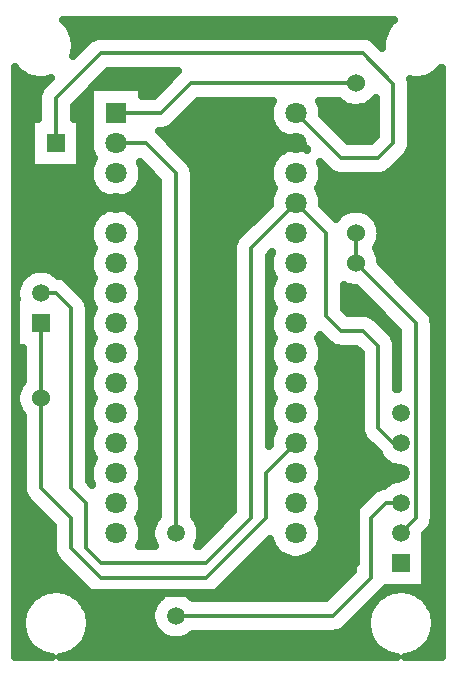
<source format=gbr>
G04 DipTrace 4.3.0.5*
G04 2 - Bottom.gbr*
%MOMM*%
G04 #@! TF.FileFunction,Copper,L2,Bot*
G04 #@! TF.Part,Single*
G04 #@! TA.AperFunction,Conductor*
%ADD13C,0.33*%
%ADD14C,0.66*%
G04 #@! TA.AperFunction,CopperBalancing*
%ADD15C,0.635*%
G04 #@! TA.AperFunction,ComponentPad*
%ADD16R,1.5X1.5*%
%ADD17C,1.5*%
%ADD18C,1.524*%
%ADD19C,1.524*%
%ADD21R,1.8X1.8*%
%ADD22C,1.8*%
G04 #@! TA.AperFunction,ViaPad*
%ADD23C,1.5*%
%FSLAX35Y35*%
G04*
G71*
G90*
G75*
G01*
G04 Bottom*
%LPD*%
X3913000Y3092000D2*
D13*
Y2711000D1*
X4040000Y2584000D1*
X4294000D1*
X1246010Y1949000D2*
D14*
X1627010Y1568000D1*
X3659000D1*
X3913000Y1822000D1*
Y2444033D1*
X4046483Y2577517D1*
X4040000Y2584000D1*
X1881000Y4870000D2*
D13*
X1627000D1*
X1373000Y5124000D1*
Y5378000D2*
Y5759000D1*
X1754000Y6140000D1*
X3969997D1*
X4230500Y5879497D1*
Y5378000D1*
X4103500Y5251000D1*
X3786000D1*
X3405000Y5632000D1*
X1246000Y3854000D2*
Y3219010D1*
X1245990Y3219000D1*
Y2457010D1*
X1500000Y2203000D1*
Y1949000D1*
X1754000Y1695000D1*
X2643000D1*
X3151000Y2203000D1*
Y2584000D1*
X3405000Y2838000D1*
X1881000Y5378000D2*
X2135000D1*
X2389000Y5124000D1*
Y2076000D1*
Y1377500D2*
X3722500D1*
X4040000Y1695000D1*
Y2203000D1*
X4167000Y2330000D1*
X4294000D1*
X1246000Y4108000D2*
X1373000D1*
X1500000Y3981000D1*
Y2457000D1*
X1627000Y2330000D1*
Y1949000D1*
X1754000Y1822000D1*
X2643000D1*
X3024000Y2203000D1*
Y4489000D1*
X3405000Y4870000D1*
X4294000Y2838000D2*
X4230500D1*
X4103500Y2965000D1*
Y3663500D1*
X3976500Y3790500D1*
X3786000D1*
X3659000Y3917500D1*
Y4616000D1*
X3405000Y4870000D1*
X1881000Y5632000D2*
X2262000D1*
X2516000Y5886000D1*
X3913000D1*
Y4616000D2*
Y4362000D1*
X4294000Y2076000D2*
X4421000Y2203000D1*
Y3854000D1*
X3913000Y4362000D1*
D23*
X2389000Y2076000D3*
Y1377500D3*
X1492460Y6362583D2*
D15*
X4174533D1*
X1523950Y6299417D2*
X4143087D1*
X1538490Y6236250D2*
X1632430D1*
X4091530D2*
X4128503D1*
X1538763Y6173083D2*
X1569267D1*
X1030123Y5983583D2*
X1053653D1*
X1815390D2*
X2395777D1*
X4613340D2*
X4636913D1*
X1030123Y5920417D2*
X1186543D1*
X1752227D2*
X2332610D1*
X4480447D2*
X4636913D1*
X1030123Y5857250D2*
X1253947D1*
X1689060D2*
X2269447D1*
X4386387D2*
X4636913D1*
X1030123Y5794083D2*
X1221317D1*
X1625897D2*
X1651617D1*
X2110383D2*
X2206283D1*
X4386387D2*
X4636913D1*
X1030123Y5730917D2*
X1217123D1*
X1562733D2*
X1651617D1*
X2578737D2*
X3198770D1*
X3611237D2*
X3766200D1*
X4386387D2*
X4636913D1*
X1030123Y5667750D2*
X1217123D1*
X1528873D2*
X1651617D1*
X2515573D2*
X3178537D1*
X3631470D2*
X4074637D1*
X4386387D2*
X4636913D1*
X1030123Y5604583D2*
X1217123D1*
X1528873D2*
X1651617D1*
X2452407D2*
X3177307D1*
X3650200D2*
X4074637D1*
X4386387D2*
X4636913D1*
X1030123Y5541417D2*
X1158607D1*
X1587390D2*
X1651617D1*
X2389197D2*
X3194850D1*
X3713363D2*
X4074637D1*
X4386387D2*
X4636913D1*
X1030123Y5478250D2*
X1158607D1*
X1587390D2*
X1651617D1*
X2252570D2*
X3237097D1*
X3776573D2*
X4074637D1*
X4386387D2*
X4636913D1*
X1030123Y5415083D2*
X1158607D1*
X1587390D2*
X1651617D1*
X2315733D2*
X3346837D1*
X3839740D2*
X4049800D1*
X4386387D2*
X4636913D1*
X1030123Y5351917D2*
X1158607D1*
X1587390D2*
X1653163D1*
X2378900D2*
X3467287D1*
X4384060D2*
X4636913D1*
X1030123Y5288750D2*
X1158607D1*
X1587390D2*
X1670253D1*
X2442063D2*
X3248353D1*
X4356810D2*
X4636913D1*
X1030123Y5225583D2*
X1158607D1*
X1587390D2*
X1676087D1*
X2505043D2*
X3200093D1*
X4295877D2*
X4636913D1*
X1030123Y5162417D2*
X1654943D1*
X2107057D2*
X2132773D1*
X2539863D2*
X3178947D1*
X3631013D2*
X3656777D1*
X4232713D2*
X4636913D1*
X1030123Y5099250D2*
X1653027D1*
X2108970D2*
X2195940D1*
X2544877D2*
X3176987D1*
X3632973D2*
X4636913D1*
X1030123Y5036083D2*
X1669707D1*
X2092290D2*
X2233127D1*
X2544877D2*
X3193713D1*
X3616293D2*
X4636913D1*
X1030123Y4972917D2*
X1710587D1*
X2051413D2*
X2233127D1*
X2544877D2*
X3200777D1*
X3609187D2*
X4636913D1*
X1030123Y4909750D2*
X1812717D1*
X1949283D2*
X2233127D1*
X2544877D2*
X3179220D1*
X3630787D2*
X4636913D1*
X1030123Y4846583D2*
X2233127D1*
X2544877D2*
X3163770D1*
X3646237D2*
X4636913D1*
X1030123Y4783417D2*
X1727313D1*
X2034687D2*
X2233127D1*
X2544877D2*
X3100607D1*
X3709400D2*
X3781193D1*
X4044817D2*
X4636913D1*
X1030123Y4720250D2*
X1677500D1*
X2084497D2*
X2233127D1*
X2544877D2*
X3037443D1*
X4100733D2*
X4636913D1*
X1030123Y4657083D2*
X1655443D1*
X2106557D2*
X2233127D1*
X2544877D2*
X2974277D1*
X4124477D2*
X4636913D1*
X1030123Y4593917D2*
X1652710D1*
X2109290D2*
X2233127D1*
X2544877D2*
X2911113D1*
X4127393D2*
X4636913D1*
X1030123Y4530750D2*
X1668570D1*
X2093430D2*
X2233127D1*
X2544877D2*
X2874063D1*
X4110397D2*
X4636913D1*
X1030123Y4467583D2*
X1678183D1*
X2083813D2*
X2233127D1*
X2544877D2*
X2868140D1*
X4099960D2*
X4636913D1*
X1030123Y4404417D2*
X1655717D1*
X2106280D2*
X2233127D1*
X2544877D2*
X2868140D1*
X4124203D2*
X4636913D1*
X1030123Y4341250D2*
X1652617D1*
X2109380D2*
X2233127D1*
X2544877D2*
X2868140D1*
X4151550D2*
X4636913D1*
X1030123Y4278083D2*
X1119870D1*
X1372103D2*
X1668023D1*
X2093977D2*
X2233127D1*
X2544877D2*
X2868140D1*
X4214713D2*
X4636913D1*
X1030123Y4214917D2*
X1061220D1*
X1483893D2*
X1678913D1*
X2083087D2*
X2233127D1*
X2544877D2*
X2868140D1*
X3179890D2*
X3202917D1*
X4277877D2*
X4636913D1*
X1547057Y4151750D2*
X1655943D1*
X2106053D2*
X2233127D1*
X2544877D2*
X2868140D1*
X3814857D2*
X3905423D1*
X4341040D2*
X4636913D1*
X1610220Y4088583D2*
X1652480D1*
X2109517D2*
X2233127D1*
X2544877D2*
X2868140D1*
X3814857D2*
X3968633D1*
X4404203D2*
X4636913D1*
X2094523Y4025417D2*
X2233127D1*
X2544877D2*
X2868140D1*
X3814857D2*
X4031797D1*
X4467370D2*
X4636913D1*
X1655883Y3962250D2*
X1679643D1*
X2082357D2*
X2233127D1*
X2544877D2*
X2868140D1*
X3179890D2*
X3203647D1*
X3832037D2*
X4094963D1*
X4530533D2*
X4636913D1*
X2105780Y3899083D2*
X2233127D1*
X2544877D2*
X2868140D1*
X4085650D2*
X4158127D1*
X4569907D2*
X4636913D1*
X2109653Y3835917D2*
X2233127D1*
X2544877D2*
X2868140D1*
X4148907D2*
X4221290D1*
X4576880D2*
X4636913D1*
X2095027Y3772750D2*
X2233127D1*
X2544877D2*
X2868140D1*
X4212070D2*
X4265130D1*
X4576880D2*
X4636913D1*
X1655883Y3709583D2*
X1680417D1*
X2081580D2*
X2233127D1*
X2544877D2*
X2868140D1*
X3179890D2*
X3204420D1*
X3605587D2*
X3649123D1*
X4576880D2*
X4636913D1*
X2105507Y3646417D2*
X2233127D1*
X2544877D2*
X2868140D1*
X3629467D2*
X3739677D1*
X4576880D2*
X4636913D1*
X1030123Y3583250D2*
X1090110D1*
X2109747D2*
X2233127D1*
X2544877D2*
X2868140D1*
X3633750D2*
X3947623D1*
X4576880D2*
X4636913D1*
X1030123Y3520083D2*
X1090110D1*
X2095573D2*
X2233127D1*
X2544877D2*
X2868140D1*
X3619577D2*
X3947623D1*
X4576880D2*
X4636913D1*
X1030123Y3456917D2*
X1090110D1*
X1655883D2*
X1681147D1*
X2080853D2*
X2233127D1*
X2544877D2*
X2868140D1*
X3179890D2*
X3205150D1*
X3604810D2*
X3947623D1*
X4576880D2*
X4636913D1*
X1030123Y3393750D2*
X1090110D1*
X2105187D2*
X2233127D1*
X2544877D2*
X2868140D1*
X3629193D2*
X3947623D1*
X4576880D2*
X4636913D1*
X1030123Y3330583D2*
X1062677D1*
X2109837D2*
X2233127D1*
X2544877D2*
X2868140D1*
X3633840D2*
X3947623D1*
X4576880D2*
X4636913D1*
X2096073Y3267417D2*
X2233127D1*
X2544877D2*
X2868140D1*
X3620077D2*
X3947623D1*
X4576880D2*
X4636913D1*
X1655883Y3204250D2*
X1681920D1*
X2080077D2*
X2233127D1*
X2544877D2*
X2868140D1*
X3179890D2*
X3205927D1*
X3604080D2*
X3947623D1*
X4576880D2*
X4636913D1*
X2104913Y3141083D2*
X2233127D1*
X2544877D2*
X2868140D1*
X3628920D2*
X3947623D1*
X4576880D2*
X4636913D1*
X1030123Y3077917D2*
X1085143D1*
X2109927D2*
X2233127D1*
X2544877D2*
X2868140D1*
X3633930D2*
X3947623D1*
X4576880D2*
X4636913D1*
X1030123Y3014750D2*
X1090110D1*
X2096573D2*
X2233127D1*
X2544877D2*
X2868140D1*
X3620580D2*
X3947623D1*
X4576880D2*
X4636913D1*
X1030123Y2951583D2*
X1090110D1*
X1655883D2*
X1682743D1*
X2079257D2*
X2233127D1*
X2544877D2*
X2868140D1*
X3179890D2*
X3206700D1*
X3603260D2*
X3948217D1*
X4576880D2*
X4636913D1*
X1030123Y2888417D2*
X1090110D1*
X2104597D2*
X2233127D1*
X2544877D2*
X2868140D1*
X3628600D2*
X3968723D1*
X4576880D2*
X4636913D1*
X1030123Y2825250D2*
X1090110D1*
X2110020D2*
X2233127D1*
X2544877D2*
X2868140D1*
X3634023D2*
X4025463D1*
X4576880D2*
X4636913D1*
X1030123Y2762083D2*
X1090110D1*
X2097030D2*
X2233127D1*
X2544877D2*
X2868140D1*
X3621033D2*
X4088627D1*
X4576880D2*
X4636913D1*
X1030123Y2698917D2*
X1090110D1*
X1655883D2*
X1683517D1*
X2078483D2*
X2233127D1*
X2544877D2*
X2868140D1*
X3602487D2*
X4132970D1*
X4576880D2*
X4636913D1*
X1030123Y2635750D2*
X1090110D1*
X2104277D2*
X2233127D1*
X2544877D2*
X2868140D1*
X3628280D2*
X4239017D1*
X4576880D2*
X4636913D1*
X1030123Y2572583D2*
X1090110D1*
X2110063D2*
X2233127D1*
X2544877D2*
X2868140D1*
X3634067D2*
X4265130D1*
X4576880D2*
X4636913D1*
X1030123Y2509417D2*
X1090110D1*
X2097530D2*
X2233127D1*
X2544877D2*
X2868140D1*
X3621537D2*
X4182370D1*
X4576880D2*
X4636913D1*
X1030123Y2446250D2*
X1090523D1*
X2077663D2*
X2233127D1*
X2544877D2*
X2868140D1*
X3601667D2*
X4066617D1*
X4576880D2*
X4636913D1*
X1030123Y2383083D2*
X1109663D1*
X2103957D2*
X2233127D1*
X2544877D2*
X2868140D1*
X3627960D2*
X4002267D1*
X4576880D2*
X4636913D1*
X1030123Y2319917D2*
X1165260D1*
X2110157D2*
X2233127D1*
X2544877D2*
X2868140D1*
X3634160D2*
X3939103D1*
X4576880D2*
X4636913D1*
X1030123Y2256750D2*
X1228427D1*
X2097987D2*
X2233127D1*
X2544877D2*
X2859937D1*
X3621990D2*
X3894123D1*
X4576880D2*
X4636913D1*
X1030123Y2193583D2*
X1291637D1*
X2076840D2*
X2211070D1*
X2566933D2*
X2796773D1*
X3600847D2*
X3884140D1*
X4576560D2*
X4636913D1*
X1030123Y2130417D2*
X1344137D1*
X2103640D2*
X2181857D1*
X2596143D2*
X2733607D1*
X3627643D2*
X3884140D1*
X4558060D2*
X4636913D1*
X1030123Y2067250D2*
X1344137D1*
X2110200D2*
X2174793D1*
X2603163D2*
X2670443D1*
X3634203D2*
X3884140D1*
X4508203D2*
X4636913D1*
X1030123Y2004083D2*
X1344137D1*
X2098443D2*
X2187463D1*
X3622447D2*
X3884140D1*
X4508383D2*
X4636913D1*
X1030123Y1940917D2*
X1344363D1*
X3106697D2*
X3221193D1*
X3588813D2*
X3884140D1*
X4508383D2*
X4636913D1*
X1030123Y1877750D2*
X1362183D1*
X3043533D2*
X3296480D1*
X3513483D2*
X3884140D1*
X4508383D2*
X4636913D1*
X1030123Y1814583D2*
X1416597D1*
X2980370D2*
X3884140D1*
X4508383D2*
X4636913D1*
X1030123Y1751417D2*
X1479760D1*
X2917207D2*
X3878627D1*
X4508383D2*
X4636913D1*
X1030123Y1688250D2*
X1542923D1*
X2854043D2*
X3815463D1*
X4508383D2*
X4636913D1*
X1030123Y1625083D2*
X1606133D1*
X2790877D2*
X3752300D1*
X4508383D2*
X4636913D1*
X1030123Y1561917D2*
X1220040D1*
X1525957D2*
X1679507D1*
X2717507D2*
X3689137D1*
X4446953D2*
X4636913D1*
X1030123Y1498750D2*
X1145710D1*
X1600330D2*
X2213620D1*
X4521327D2*
X4636913D1*
X1030123Y1435583D2*
X1105560D1*
X1640437D2*
X2182903D1*
X3998377D2*
X4026557D1*
X4561430D2*
X4636913D1*
X1030123Y1372417D2*
X1084597D1*
X1661400D2*
X2174700D1*
X3935213D2*
X4005640D1*
X4582393D2*
X4636913D1*
X1030123Y1309250D2*
X1078673D1*
X1667323D2*
X2186140D1*
X3872050D2*
X3999670D1*
X4588320D2*
X4636913D1*
X1030123Y1246083D2*
X1086740D1*
X1659257D2*
X2221413D1*
X3800180D2*
X4007737D1*
X4580253D2*
X4636913D1*
X1030123Y1182917D2*
X1110210D1*
X1635833D2*
X2309097D1*
X2468907D2*
X4031207D1*
X4556830D2*
X4636913D1*
X1030123Y1119750D2*
X1154003D1*
X1591990D2*
X4075000D1*
X4512987D2*
X4636913D1*
X1030123Y1056583D2*
X1237450D1*
X1508547D2*
X4158443D1*
X4429543D2*
X4636913D1*
X4253027Y3295707D2*
X4270703Y3298710D1*
X4271500Y3298757D1*
X4271480Y3439263D1*
Y3792067D1*
X3910750Y4152797D1*
X3889717Y4154080D1*
X3866583Y4157993D1*
X3844033Y4164473D1*
X3822350Y4173437D1*
X3808527Y4181067D1*
X3808520Y3979420D1*
X3847937Y3940017D1*
X3976500Y3940020D1*
X3999740Y3938203D1*
X4022413Y3932797D1*
X4043970Y3923930D1*
X4063890Y3911823D1*
X4081700Y3896750D1*
X4209227Y3769227D1*
X4224373Y3751510D1*
X4236583Y3731653D1*
X4245560Y3710140D1*
X4251083Y3687497D1*
X4253017Y3664243D1*
X4253020Y3295937D1*
X4080967Y5761740D2*
X4076663Y5755663D1*
X4061040Y5738160D1*
X4043557Y5722513D1*
X4024430Y5708923D1*
X4003903Y5697560D1*
X3982233Y5688567D1*
X3959693Y5682057D1*
X3936567Y5678110D1*
X3913140Y5676780D1*
X3889717Y5678080D1*
X3866583Y5681993D1*
X3844033Y5688473D1*
X3822350Y5697437D1*
X3801807Y5708773D1*
X3782663Y5722337D1*
X3766817Y5736480D1*
X3602037D1*
X3608730Y5722730D1*
X3617097Y5700937D1*
X3623143Y5678390D1*
X3626797Y5655333D1*
X3628020Y5632000D1*
X3627443Y5621013D1*
X3847933Y5400520D1*
X4041580D1*
X4080983Y5439937D1*
X4080980Y5761300D1*
X1657980Y5828980D2*
Y5408980D1*
X1660413Y5408970D1*
X1659200Y5401290D1*
X1657980Y5377980D1*
X1659203Y5354667D1*
X1662857Y5331610D1*
X1668903Y5309063D1*
X1677270Y5287270D1*
X1687870Y5266470D1*
X1697790Y5251197D1*
X1697793Y5250807D1*
X1687850Y5235490D1*
X1677253Y5214690D1*
X1668890Y5192897D1*
X1662850Y5170347D1*
X1659200Y5147290D1*
X1657980Y5123980D1*
X1659203Y5100667D1*
X1662857Y5077610D1*
X1668903Y5055063D1*
X1677270Y5033270D1*
X1687870Y5012470D1*
X1700587Y4992893D1*
X1715277Y4974753D1*
X1731787Y4958250D1*
X1749930Y4943560D1*
X1769510Y4930850D1*
X1790310Y4920253D1*
X1812103Y4911890D1*
X1834653Y4905850D1*
X1857710Y4902200D1*
X1881020Y4900980D1*
X1904333Y4902203D1*
X1927390Y4905857D1*
X1949937Y4911903D1*
X1971730Y4920270D1*
X1992530Y4930870D1*
X2012107Y4943587D1*
X2030247Y4958277D1*
X2046750Y4974787D1*
X2061440Y4992930D1*
X2074150Y5012510D1*
X2084747Y5033310D1*
X2093110Y5055103D1*
X2099150Y5077653D1*
X2102800Y5100710D1*
X2104020Y5124020D1*
X2102797Y5147333D1*
X2099143Y5170390D1*
X2093097Y5192937D1*
X2084730Y5214730D1*
X2082567Y5218973D1*
X2239480Y5062083D1*
X2239490Y2220387D1*
X2226360Y2205693D1*
X2212860Y2186667D1*
X2201577Y2166250D1*
X2192650Y2144700D1*
X2186193Y2122283D1*
X2182287Y2099283D1*
X2180980Y2075993D1*
X2182290Y2052703D1*
X2186197Y2029703D1*
X2192657Y2007290D1*
X2201583Y1985737D1*
X2209130Y1971520D1*
X2077720Y1971517D1*
X2084747Y1985310D1*
X2093110Y2007103D1*
X2099150Y2029653D1*
X2102800Y2052710D1*
X2104020Y2076020D1*
X2102797Y2099333D1*
X2099143Y2122390D1*
X2093097Y2144937D1*
X2084730Y2166730D1*
X2074130Y2187530D1*
X2064207Y2203193D1*
X2074150Y2218510D1*
X2084747Y2239310D1*
X2093110Y2261103D1*
X2099150Y2283653D1*
X2102800Y2306710D1*
X2104020Y2330020D1*
X2102797Y2353333D1*
X2099143Y2376390D1*
X2093097Y2398937D1*
X2084730Y2420730D1*
X2074130Y2441530D1*
X2064207Y2457193D1*
X2074150Y2472510D1*
X2084747Y2493310D1*
X2093110Y2515103D1*
X2099150Y2537653D1*
X2102800Y2560710D1*
X2104020Y2584020D1*
X2102797Y2607333D1*
X2099143Y2630390D1*
X2093097Y2652937D1*
X2084730Y2674730D1*
X2074130Y2695530D1*
X2064207Y2711193D1*
X2074150Y2726510D1*
X2084747Y2747310D1*
X2093110Y2769103D1*
X2099150Y2791653D1*
X2102800Y2814710D1*
X2104020Y2838020D1*
X2102797Y2861333D1*
X2099143Y2884390D1*
X2093097Y2906937D1*
X2084730Y2928730D1*
X2074130Y2949530D1*
X2064207Y2965193D1*
X2074150Y2980510D1*
X2084747Y3001310D1*
X2093110Y3023103D1*
X2099150Y3045653D1*
X2102800Y3068710D1*
X2104020Y3092020D1*
X2102797Y3115333D1*
X2099143Y3138390D1*
X2093097Y3160937D1*
X2084730Y3182730D1*
X2074130Y3203530D1*
X2064207Y3219193D1*
X2074150Y3234510D1*
X2084747Y3255310D1*
X2093110Y3277103D1*
X2099150Y3299653D1*
X2102800Y3322710D1*
X2104020Y3346020D1*
X2102797Y3369333D1*
X2099143Y3392390D1*
X2093097Y3414937D1*
X2084730Y3436730D1*
X2074130Y3457530D1*
X2064207Y3473193D1*
X2074150Y3488510D1*
X2084747Y3509310D1*
X2093110Y3531103D1*
X2099150Y3553653D1*
X2102800Y3576710D1*
X2104020Y3600020D1*
X2102797Y3623333D1*
X2099143Y3646390D1*
X2093097Y3668937D1*
X2084730Y3690730D1*
X2074130Y3711530D1*
X2064207Y3727193D1*
X2074150Y3742510D1*
X2084747Y3763310D1*
X2093110Y3785103D1*
X2099150Y3807653D1*
X2102800Y3830710D1*
X2104020Y3854020D1*
X2102797Y3877333D1*
X2099143Y3900390D1*
X2093097Y3922937D1*
X2084730Y3944730D1*
X2074130Y3965530D1*
X2064207Y3981193D1*
X2074150Y3996510D1*
X2084747Y4017310D1*
X2093110Y4039103D1*
X2099150Y4061653D1*
X2102800Y4084710D1*
X2104020Y4108020D1*
X2102797Y4131333D1*
X2099143Y4154390D1*
X2093097Y4176937D1*
X2084730Y4198730D1*
X2074130Y4219530D1*
X2064207Y4235193D1*
X2074150Y4250510D1*
X2084747Y4271310D1*
X2093110Y4293103D1*
X2099150Y4315653D1*
X2102800Y4338710D1*
X2104020Y4362020D1*
X2102797Y4385333D1*
X2099143Y4408390D1*
X2093097Y4430937D1*
X2084730Y4452730D1*
X2074130Y4473530D1*
X2064207Y4489193D1*
X2074150Y4504510D1*
X2084747Y4525310D1*
X2093110Y4547103D1*
X2099150Y4569653D1*
X2102800Y4592710D1*
X2104020Y4616020D1*
X2102797Y4639333D1*
X2099143Y4662390D1*
X2093097Y4684937D1*
X2084730Y4706730D1*
X2074130Y4727530D1*
X2061413Y4747107D1*
X2046723Y4765247D1*
X2030213Y4781750D1*
X2012070Y4796440D1*
X1992490Y4809150D1*
X1971690Y4819747D1*
X1949897Y4828110D1*
X1927347Y4834150D1*
X1904290Y4837800D1*
X1880980Y4839020D1*
X1857667Y4837797D1*
X1834610Y4834143D1*
X1812063Y4828097D1*
X1790270Y4819730D1*
X1769470Y4809130D1*
X1749893Y4796413D1*
X1731753Y4781723D1*
X1715250Y4765213D1*
X1700560Y4747070D1*
X1687850Y4727490D1*
X1677253Y4706690D1*
X1668890Y4684897D1*
X1662850Y4662347D1*
X1659200Y4639290D1*
X1657980Y4615980D1*
X1659203Y4592667D1*
X1662857Y4569610D1*
X1668903Y4547063D1*
X1677270Y4525270D1*
X1687870Y4504470D1*
X1697790Y4489197D1*
X1697793Y4488807D1*
X1687850Y4473490D1*
X1677253Y4452690D1*
X1668890Y4430897D1*
X1662850Y4408347D1*
X1659200Y4385290D1*
X1657980Y4361980D1*
X1659203Y4338667D1*
X1662857Y4315610D1*
X1668903Y4293063D1*
X1677270Y4271270D1*
X1687870Y4250470D1*
X1697790Y4235197D1*
X1697793Y4234807D1*
X1687850Y4219490D1*
X1677253Y4198690D1*
X1668890Y4176897D1*
X1662850Y4154347D1*
X1659200Y4131290D1*
X1657980Y4107980D1*
X1659203Y4084667D1*
X1662857Y4061610D1*
X1668903Y4039063D1*
X1677270Y4017270D1*
X1687870Y3996470D1*
X1697790Y3981197D1*
X1697793Y3980807D1*
X1687850Y3965490D1*
X1677253Y3944690D1*
X1668890Y3922897D1*
X1662850Y3900347D1*
X1659200Y3877290D1*
X1657980Y3853980D1*
X1659203Y3830667D1*
X1662857Y3807610D1*
X1668903Y3785063D1*
X1677270Y3763270D1*
X1687870Y3742470D1*
X1697790Y3727197D1*
X1697793Y3726807D1*
X1687850Y3711490D1*
X1677253Y3690690D1*
X1668890Y3668897D1*
X1662850Y3646347D1*
X1659200Y3623290D1*
X1657980Y3599980D1*
X1659203Y3576667D1*
X1662857Y3553610D1*
X1668903Y3531063D1*
X1677270Y3509270D1*
X1687870Y3488470D1*
X1697790Y3473197D1*
X1697793Y3472807D1*
X1687850Y3457490D1*
X1677253Y3436690D1*
X1668890Y3414897D1*
X1662850Y3392347D1*
X1659200Y3369290D1*
X1657980Y3345980D1*
X1659203Y3322667D1*
X1662857Y3299610D1*
X1668903Y3277063D1*
X1677270Y3255270D1*
X1687870Y3234470D1*
X1697790Y3219197D1*
X1697793Y3218807D1*
X1687850Y3203490D1*
X1677253Y3182690D1*
X1668890Y3160897D1*
X1662850Y3138347D1*
X1659200Y3115290D1*
X1657980Y3091980D1*
X1659203Y3068667D1*
X1662857Y3045610D1*
X1668903Y3023063D1*
X1677270Y3001270D1*
X1687870Y2980470D1*
X1697790Y2965197D1*
X1697793Y2964807D1*
X1687850Y2949490D1*
X1677253Y2928690D1*
X1668890Y2906897D1*
X1662850Y2884347D1*
X1659200Y2861290D1*
X1657980Y2837980D1*
X1659203Y2814667D1*
X1662857Y2791610D1*
X1668903Y2769063D1*
X1677270Y2747270D1*
X1687870Y2726470D1*
X1697790Y2711197D1*
X1697793Y2710807D1*
X1687850Y2695490D1*
X1677253Y2674690D1*
X1668890Y2652897D1*
X1662850Y2630347D1*
X1659200Y2607290D1*
X1657980Y2583980D1*
X1659203Y2560667D1*
X1662857Y2537610D1*
X1668903Y2515063D1*
X1677270Y2493270D1*
X1679433Y2489027D1*
X1649520Y2518920D1*
X1649490Y3984063D1*
X1647197Y4007260D1*
X1641327Y4029820D1*
X1632020Y4051190D1*
X1619493Y4070873D1*
X1605667Y4086787D1*
X1476537Y4215870D1*
X1458513Y4230653D1*
X1438410Y4242453D1*
X1416720Y4250987D1*
X1393967Y4256043D1*
X1391677Y4256357D1*
X1375693Y4270640D1*
X1356667Y4284140D1*
X1336250Y4295423D1*
X1314700Y4304350D1*
X1292283Y4310807D1*
X1269283Y4314713D1*
X1245993Y4316020D1*
X1222703Y4314710D1*
X1199703Y4310803D1*
X1177290Y4304343D1*
X1155737Y4295417D1*
X1135320Y4284133D1*
X1116297Y4270633D1*
X1098903Y4255087D1*
X1083360Y4237693D1*
X1069860Y4218667D1*
X1058577Y4198250D1*
X1049650Y4176700D1*
X1043193Y4154283D1*
X1039287Y4131283D1*
X1037980Y4107993D1*
X1039290Y4084703D1*
X1043107Y4062020D1*
X1037980D1*
Y3645980D1*
X1096480Y3645990D1*
X1096467Y3365183D1*
X1082327Y3349337D1*
X1068763Y3330193D1*
X1057427Y3309650D1*
X1048463Y3287967D1*
X1041983Y3265417D1*
X1038067Y3242283D1*
X1036770Y3218860D1*
X1038100Y3195433D1*
X1042047Y3172307D1*
X1048557Y3149767D1*
X1057550Y3128097D1*
X1068913Y3107570D1*
X1082500Y3088443D1*
X1096470Y3072667D1*
Y2456243D1*
X1098407Y2433013D1*
X1103930Y2410370D1*
X1112907Y2388857D1*
X1125117Y2369000D1*
X1140263Y2351283D1*
X1350480Y2141087D1*
Y1948233D1*
X1352417Y1925003D1*
X1357940Y1902360D1*
X1366917Y1880847D1*
X1379127Y1860990D1*
X1394273Y1843273D1*
X1648817Y1588733D1*
X1666610Y1573677D1*
X1686530Y1561567D1*
X1708087Y1552703D1*
X1730760Y1547297D1*
X1754000Y1545480D1*
X2266820Y1545473D1*
X2259297Y1540133D1*
X2241903Y1524587D1*
X2226360Y1507193D1*
X2212860Y1488167D1*
X2201577Y1467750D1*
X2192650Y1446200D1*
X2186193Y1423783D1*
X2182287Y1400783D1*
X2180980Y1377493D1*
X2182290Y1354203D1*
X2186197Y1331203D1*
X2192657Y1308790D1*
X2201583Y1287237D1*
X2212867Y1266820D1*
X2226367Y1247797D1*
X2241913Y1230403D1*
X2259307Y1214860D1*
X2278333Y1201360D1*
X2298750Y1190077D1*
X2320300Y1181150D1*
X2342717Y1174693D1*
X2365717Y1170787D1*
X2389007Y1169480D1*
X2412297Y1170790D1*
X2435297Y1174697D1*
X2457710Y1181157D1*
X2479263Y1190083D1*
X2499680Y1201367D1*
X2518703Y1214867D1*
X2533640Y1227980D1*
X3723267Y1227983D1*
X3746497Y1229917D1*
X3769140Y1235440D1*
X3790653Y1244417D1*
X3810510Y1256627D1*
X3828227Y1271773D1*
X4146267Y1589817D1*
X4161323Y1607610D1*
X4165670Y1613980D1*
X4502020D1*
Y2030020D1*
X4496857Y2030010D1*
X4500713Y2052717D1*
X4501817Y2072383D1*
X4527267Y2097817D1*
X4542323Y2115610D1*
X4554430Y2135530D1*
X4563297Y2157087D1*
X4568703Y2179760D1*
X4570520Y2203000D1*
X4570517Y3854767D1*
X4568583Y3877997D1*
X4563060Y3900640D1*
X4554083Y3922153D1*
X4541873Y3942010D1*
X4526727Y3959727D1*
X4122093Y4364360D1*
X4120890Y4385567D1*
X4116943Y4408693D1*
X4110433Y4431233D1*
X4101440Y4452903D1*
X4090077Y4473430D1*
X4079140Y4489160D1*
X4090227Y4504807D1*
X4101563Y4525350D1*
X4110527Y4547033D1*
X4117007Y4569583D1*
X4120920Y4592717D1*
X4122220Y4616140D1*
X4120890Y4639567D1*
X4116943Y4662693D1*
X4110433Y4685233D1*
X4101440Y4706903D1*
X4090077Y4727430D1*
X4076487Y4746557D1*
X4060840Y4764040D1*
X4043337Y4779663D1*
X4024193Y4793227D1*
X4003650Y4804563D1*
X3981967Y4813527D1*
X3959417Y4820007D1*
X3936283Y4823920D1*
X3912860Y4825220D1*
X3889433Y4823890D1*
X3866307Y4819943D1*
X3843767Y4813433D1*
X3822097Y4804440D1*
X3801570Y4793077D1*
X3782443Y4779487D1*
X3764960Y4763840D1*
X3749337Y4746337D1*
X3745510Y4740933D1*
X3627443Y4859013D1*
X3628020Y4870020D1*
X3626797Y4893333D1*
X3623143Y4916390D1*
X3617097Y4938937D1*
X3608730Y4960730D1*
X3598130Y4981530D1*
X3588210Y4996803D1*
X3588207Y4997193D1*
X3598150Y5012510D1*
X3608747Y5033310D1*
X3617110Y5055103D1*
X3623150Y5077653D1*
X3626800Y5100710D1*
X3628020Y5124020D1*
X3626797Y5147333D1*
X3623143Y5170390D1*
X3617097Y5192937D1*
X3608730Y5214730D1*
X3606567Y5218973D1*
X3682463Y5143127D1*
X3700487Y5128347D1*
X3720590Y5116547D1*
X3742280Y5108013D1*
X3765057Y5102957D1*
X3786073Y5101480D1*
X4106563Y5101510D1*
X4129760Y5103803D1*
X4152320Y5109673D1*
X4173690Y5118980D1*
X4193373Y5131507D1*
X4209287Y5145333D1*
X4338370Y5274463D1*
X4353153Y5292487D1*
X4364953Y5312590D1*
X4373487Y5334280D1*
X4378543Y5357057D1*
X4380020Y5378083D1*
X4379990Y5882560D1*
X4377697Y5905757D1*
X4374593Y5919480D1*
X4386153Y5917597D1*
X4409270Y5915720D1*
X4432467Y5915707D1*
X4455587Y5917563D1*
X4478483Y5921273D1*
X4501007Y5926813D1*
X4523010Y5934150D1*
X4544353Y5943230D1*
X4564897Y5954000D1*
X4584507Y5966390D1*
X4603053Y5980313D1*
X4620423Y5995687D1*
X4636497Y6012410D1*
X4643250Y6020303D1*
X4643257Y1028250D1*
X4329853D1*
X4339613Y1029613D1*
X4351093Y1031697D1*
X4362477Y1034240D1*
X4373750Y1037240D1*
X4384893Y1040697D1*
X4395887Y1044603D1*
X4406713Y1048950D1*
X4417353Y1053730D1*
X4437897Y1064500D1*
X4457507Y1076890D1*
X4476053Y1090813D1*
X4493423Y1106187D1*
X4509497Y1122910D1*
X4524177Y1140870D1*
X4537360Y1159950D1*
X4548967Y1180033D1*
X4558920Y1200983D1*
X4567157Y1222667D1*
X4573620Y1244943D1*
X4578270Y1267667D1*
X4581077Y1290693D1*
X4582020Y1314000D1*
X4581847Y1323947D1*
X4580113Y1347077D1*
X4576527Y1369990D1*
X4571103Y1392543D1*
X4563887Y1414587D1*
X4554917Y1435977D1*
X4544257Y1456577D1*
X4531970Y1476250D1*
X4518143Y1494873D1*
X4502863Y1512323D1*
X4486227Y1528487D1*
X4468343Y1543260D1*
X4449333Y1556543D1*
X4429310Y1568257D1*
X4408413Y1578320D1*
X4386773Y1586670D1*
X4364533Y1593250D1*
X4341833Y1598020D1*
X4318823Y1600947D1*
X4295653Y1602017D1*
X4272473Y1601213D1*
X4249430Y1598550D1*
X4226680Y1594043D1*
X4204363Y1587717D1*
X4182630Y1579617D1*
X4161617Y1569793D1*
X4141463Y1558310D1*
X4122300Y1545243D1*
X4104247Y1530680D1*
X4087427Y1514707D1*
X4071947Y1497433D1*
X4057907Y1478973D1*
X4045397Y1459440D1*
X4034500Y1438963D1*
X4025287Y1417677D1*
X4017817Y1395720D1*
X4012137Y1373230D1*
X4008283Y1350357D1*
X4006283Y1327250D1*
X4006153Y1304053D1*
X4007887Y1280923D1*
X4011473Y1258010D1*
X4016897Y1235457D1*
X4024113Y1213413D1*
X4033083Y1192023D1*
X4043743Y1171423D1*
X4056030Y1151750D1*
X4069857Y1133127D1*
X4085137Y1115677D1*
X4101773Y1099513D1*
X4119657Y1084740D1*
X4138667Y1071457D1*
X4158690Y1059743D1*
X4169097Y1054473D1*
X4179707Y1049627D1*
X4190507Y1045217D1*
X4201477Y1041247D1*
X4212597Y1037723D1*
X4223853Y1034653D1*
X4235223Y1032040D1*
X4246690Y1029893D1*
X4257890Y1028250D1*
X1408853D1*
X1418613Y1029613D1*
X1430093Y1031697D1*
X1441477Y1034240D1*
X1452750Y1037240D1*
X1463893Y1040697D1*
X1474887Y1044603D1*
X1485713Y1048950D1*
X1496353Y1053730D1*
X1516897Y1064500D1*
X1536507Y1076890D1*
X1555053Y1090813D1*
X1572423Y1106187D1*
X1588497Y1122910D1*
X1603177Y1140870D1*
X1616360Y1159950D1*
X1627967Y1180033D1*
X1637920Y1200983D1*
X1646157Y1222667D1*
X1652620Y1244943D1*
X1657270Y1267667D1*
X1660077Y1290693D1*
X1661020Y1314000D1*
X1660847Y1323947D1*
X1659113Y1347077D1*
X1655527Y1369990D1*
X1650103Y1392543D1*
X1642887Y1414587D1*
X1633917Y1435977D1*
X1623257Y1456577D1*
X1610970Y1476250D1*
X1597143Y1494873D1*
X1581863Y1512323D1*
X1565227Y1528487D1*
X1547343Y1543260D1*
X1528333Y1556543D1*
X1508310Y1568257D1*
X1487413Y1578320D1*
X1465773Y1586670D1*
X1443533Y1593250D1*
X1420833Y1598020D1*
X1397823Y1600947D1*
X1374653Y1602017D1*
X1351473Y1601213D1*
X1328430Y1598550D1*
X1305680Y1594043D1*
X1283363Y1587717D1*
X1261630Y1579617D1*
X1240617Y1569793D1*
X1220463Y1558310D1*
X1201300Y1545243D1*
X1183247Y1530680D1*
X1166427Y1514707D1*
X1150947Y1497433D1*
X1136907Y1478973D1*
X1124397Y1459440D1*
X1113500Y1438963D1*
X1104287Y1417677D1*
X1096817Y1395720D1*
X1091137Y1373230D1*
X1087283Y1350357D1*
X1085283Y1327250D1*
X1085153Y1304053D1*
X1086887Y1280923D1*
X1090473Y1258010D1*
X1095897Y1235457D1*
X1103113Y1213413D1*
X1112083Y1192023D1*
X1122743Y1171423D1*
X1135030Y1151750D1*
X1148857Y1133127D1*
X1164137Y1115677D1*
X1180773Y1099513D1*
X1198657Y1084740D1*
X1217667Y1071457D1*
X1237690Y1059743D1*
X1248097Y1054473D1*
X1258707Y1049627D1*
X1269507Y1045217D1*
X1280477Y1041247D1*
X1291597Y1037723D1*
X1302853Y1034653D1*
X1314223Y1032040D1*
X1325690Y1029893D1*
X1336897Y1028250D1*
X1023750Y1028233D1*
X1023753Y6020663D1*
X1030327Y6012607D1*
X1046387Y5995870D1*
X1063740Y5980483D1*
X1082277Y5966540D1*
X1101877Y5954133D1*
X1122410Y5943343D1*
X1143743Y5934243D1*
X1165740Y5926890D1*
X1188260Y5921327D1*
X1211153Y5917597D1*
X1234270Y5915720D1*
X1257467Y5915707D1*
X1280587Y5917563D1*
X1303483Y5921273D1*
X1326007Y5926813D1*
X1331053Y5928497D1*
X1265130Y5862537D1*
X1250347Y5844513D1*
X1238547Y5824413D1*
X1230013Y5802720D1*
X1224957Y5779943D1*
X1223480Y5758923D1*
X1223473Y5586020D1*
X1164980D1*
Y5169980D1*
X1581020D1*
Y5586020D1*
X1522520Y5586003D1*
Y5697067D1*
X1657980Y5832513D1*
Y5828980D1*
X1680487Y5855033D1*
X1815947Y5990480D1*
X2409027D1*
X2200057Y5781520D1*
X2104020Y5781533D1*
Y5855020D1*
X1680470D1*
X3182553Y2827030D2*
X3181980Y2837980D1*
X3183200Y2861290D1*
X3186850Y2884347D1*
X3192890Y2906897D1*
X3201253Y2928690D1*
X3211850Y2949490D1*
X3221793Y2964807D1*
X3211870Y2980470D1*
X3201270Y3001270D1*
X3192903Y3023063D1*
X3186857Y3045610D1*
X3183203Y3068667D1*
X3181980Y3091980D1*
X3183200Y3115290D1*
X3186850Y3138347D1*
X3192890Y3160897D1*
X3201253Y3182690D1*
X3211850Y3203490D1*
X3221793Y3218807D1*
X3211870Y3234470D1*
X3201270Y3255270D1*
X3192903Y3277063D1*
X3186857Y3299610D1*
X3183203Y3322667D1*
X3181980Y3345980D1*
X3183200Y3369290D1*
X3186850Y3392347D1*
X3192890Y3414897D1*
X3201253Y3436690D1*
X3211850Y3457490D1*
X3221793Y3472807D1*
X3211870Y3488470D1*
X3201270Y3509270D1*
X3192903Y3531063D1*
X3186857Y3553610D1*
X3183203Y3576667D1*
X3181980Y3599980D1*
X3183200Y3623290D1*
X3186850Y3646347D1*
X3192890Y3668897D1*
X3201253Y3690690D1*
X3211850Y3711490D1*
X3221793Y3726807D1*
X3211870Y3742470D1*
X3201270Y3763270D1*
X3192903Y3785063D1*
X3186857Y3807610D1*
X3183203Y3830667D1*
X3181980Y3853980D1*
X3183200Y3877290D1*
X3186850Y3900347D1*
X3192890Y3922897D1*
X3201253Y3944690D1*
X3211850Y3965490D1*
X3221793Y3980807D1*
X3211870Y3996470D1*
X3201270Y4017270D1*
X3192903Y4039063D1*
X3186857Y4061610D1*
X3183203Y4084667D1*
X3181980Y4107980D1*
X3183200Y4131290D1*
X3186850Y4154347D1*
X3192890Y4176897D1*
X3201253Y4198690D1*
X3211850Y4219490D1*
X3221793Y4234807D1*
X3211870Y4250470D1*
X3201270Y4271270D1*
X3192903Y4293063D1*
X3186857Y4315610D1*
X3183203Y4338667D1*
X3181980Y4361980D1*
X3183200Y4385290D1*
X3186850Y4408347D1*
X3192890Y4430897D1*
X3201253Y4452690D1*
X3203437Y4456977D1*
X3173520Y4427067D1*
Y2817963D1*
X3182267Y2826720D1*
X1664127Y6259493D2*
X1683810Y6272020D1*
X1705180Y6281327D1*
X1727740Y6287197D1*
X1750937Y6289490D1*
X1800417Y6289520D1*
X3969930D1*
X3990963Y6288043D1*
X4013717Y6282987D1*
X4035407Y6274453D1*
X4055510Y6262653D1*
X4073533Y6247870D1*
X4108503Y6212947D1*
X4133610Y6187857D1*
X4132980Y6203633D1*
X4133923Y6226807D1*
X4136730Y6249833D1*
X4141380Y6272557D1*
X4147843Y6294833D1*
X4156080Y6316517D1*
X4166033Y6337467D1*
X4177640Y6357550D1*
X4190823Y6376630D1*
X4205503Y6394590D1*
X4221577Y6411313D1*
X4237877Y6425740D1*
X2411690Y6425750D1*
X1429123D1*
X1445613Y6411130D1*
X1461673Y6394393D1*
X1476333Y6376420D1*
X1489503Y6357327D1*
X1501090Y6337233D1*
X1511023Y6316273D1*
X1519240Y6294580D1*
X1525683Y6272300D1*
X1530310Y6249570D1*
X1533097Y6226543D1*
X1534020Y6203500D1*
X1533077Y6180193D1*
X1530270Y6157167D1*
X1525620Y6134443D1*
X1520967Y6118410D1*
X1648227Y6245680D1*
X1664127Y6259493D1*
X2508493Y5213873D2*
X2521020Y5194190D1*
X2530327Y5172820D1*
X2536197Y5150260D1*
X2538490Y5127063D1*
X2538520Y5077577D1*
Y2220633D1*
X2551633Y2205703D1*
X2565133Y2186680D1*
X2576417Y2166263D1*
X2585343Y2144710D1*
X2591803Y2122297D1*
X2595710Y2099297D1*
X2597020Y2076000D1*
X2595713Y2052717D1*
X2591807Y2029717D1*
X2585350Y2007300D1*
X2576423Y1985750D1*
X2568567Y1971533D1*
X2581050Y1971520D1*
X2874480Y2264933D1*
Y4488933D1*
X2875957Y4509963D1*
X2881013Y4532720D1*
X2889547Y4554410D1*
X2901347Y4574513D1*
X2916127Y4592537D1*
X2950647Y4627100D1*
X3182553Y4859030D1*
X3181980Y4869980D1*
X3183200Y4893290D1*
X3186850Y4916347D1*
X3192890Y4938897D1*
X3201253Y4960690D1*
X3211850Y4981490D1*
X3221793Y4996807D1*
X3211870Y5012470D1*
X3201270Y5033270D1*
X3192903Y5055063D1*
X3186857Y5077610D1*
X3183203Y5100667D1*
X3181980Y5123980D1*
X3183200Y5147290D1*
X3186850Y5170347D1*
X3192890Y5192897D1*
X3201253Y5214690D1*
X3211850Y5235490D1*
X3224560Y5255070D1*
X3239250Y5273213D1*
X3255753Y5289723D1*
X3273893Y5304413D1*
X3293470Y5317130D1*
X3314270Y5327730D1*
X3336063Y5336097D1*
X3358610Y5342143D1*
X3381667Y5345797D1*
X3404980Y5347020D1*
X3428290Y5345800D1*
X3451347Y5342150D1*
X3473897Y5336110D1*
X3495690Y5327747D1*
X3499977Y5325563D1*
X3416283Y5409263D1*
X3405020Y5408980D1*
X3381710Y5410200D1*
X3358653Y5413850D1*
X3336103Y5419890D1*
X3314310Y5428253D1*
X3293510Y5438850D1*
X3273930Y5451560D1*
X3255787Y5466250D1*
X3239277Y5482753D1*
X3224587Y5500893D1*
X3211870Y5520470D1*
X3201270Y5541270D1*
X3192903Y5563063D1*
X3186857Y5585610D1*
X3183203Y5608667D1*
X3181980Y5631980D1*
X3183200Y5655290D1*
X3186850Y5678347D1*
X3192890Y5700897D1*
X3201253Y5722690D1*
X3208280Y5736483D1*
X2577923Y5736480D1*
X2367727Y5526273D1*
X2350010Y5511127D1*
X2330153Y5498917D1*
X2308640Y5489940D1*
X2285997Y5484417D1*
X2262743Y5482483D1*
X2241967Y5482480D1*
X2494677Y5229777D1*
X2508493Y5213873D1*
X4061213Y2435667D2*
X3932130Y2306537D1*
X3917347Y2288513D1*
X3905547Y2268413D1*
X3897013Y2246720D1*
X3891957Y2223943D1*
X3890480Y2202947D1*
X3890463Y1756917D1*
X3660577Y1527020D1*
X2533387Y1527010D1*
X2518693Y1540140D1*
X2511710Y1545480D1*
X2643767D1*
X2666997Y1547417D1*
X2689640Y1552940D1*
X2711153Y1561917D1*
X2731010Y1574127D1*
X2748727Y1589273D1*
X3187323Y2027870D1*
X3192903Y2007063D1*
X3201270Y1985270D1*
X3211870Y1964470D1*
X3224587Y1944893D1*
X3239277Y1926753D1*
X3255787Y1910250D1*
X3273930Y1895560D1*
X3293510Y1882850D1*
X3314310Y1872253D1*
X3336103Y1863890D1*
X3358653Y1857850D1*
X3381710Y1854200D1*
X3405020Y1852980D1*
X3428333Y1854203D1*
X3451390Y1857857D1*
X3473937Y1863903D1*
X3495730Y1872270D1*
X3516530Y1882870D1*
X3536107Y1895587D1*
X3554247Y1910277D1*
X3570750Y1926787D1*
X3585440Y1944930D1*
X3598150Y1964510D1*
X3608747Y1985310D1*
X3617110Y2007103D1*
X3623150Y2029653D1*
X3626800Y2052710D1*
X3628020Y2076020D1*
X3626797Y2099333D1*
X3623143Y2122390D1*
X3617097Y2144937D1*
X3608730Y2166730D1*
X3598130Y2187530D1*
X3588210Y2202803D1*
X3588207Y2203193D1*
X3598150Y2218510D1*
X3608747Y2239310D1*
X3617110Y2261103D1*
X3623150Y2283653D1*
X3626800Y2306710D1*
X3628020Y2330020D1*
X3626797Y2353333D1*
X3623143Y2376390D1*
X3617097Y2398937D1*
X3608730Y2420730D1*
X3598130Y2441530D1*
X3588210Y2456803D1*
X3588207Y2457193D1*
X3598150Y2472510D1*
X3608747Y2493310D1*
X3617110Y2515103D1*
X3623150Y2537653D1*
X3626800Y2560710D1*
X3628020Y2584020D1*
X3626797Y2607333D1*
X3623143Y2630390D1*
X3617097Y2652937D1*
X3608730Y2674730D1*
X3598130Y2695530D1*
X3588210Y2710803D1*
X3588207Y2711193D1*
X3598150Y2726510D1*
X3608747Y2747310D1*
X3617110Y2769103D1*
X3623150Y2791653D1*
X3626800Y2814710D1*
X3628020Y2838020D1*
X3626797Y2861333D1*
X3623143Y2884390D1*
X3617097Y2906937D1*
X3608730Y2928730D1*
X3598130Y2949530D1*
X3588210Y2964803D1*
X3588207Y2965193D1*
X3598150Y2980510D1*
X3608747Y3001310D1*
X3617110Y3023103D1*
X3623150Y3045653D1*
X3626800Y3068710D1*
X3628020Y3092020D1*
X3626797Y3115333D1*
X3623143Y3138390D1*
X3617097Y3160937D1*
X3608730Y3182730D1*
X3598130Y3203530D1*
X3588210Y3218803D1*
X3588207Y3219193D1*
X3598150Y3234510D1*
X3608747Y3255310D1*
X3617110Y3277103D1*
X3623150Y3299653D1*
X3626800Y3322710D1*
X3628020Y3346020D1*
X3626797Y3369333D1*
X3623143Y3392390D1*
X3617097Y3414937D1*
X3608730Y3436730D1*
X3598130Y3457530D1*
X3588210Y3472803D1*
X3588207Y3473193D1*
X3598150Y3488510D1*
X3608747Y3509310D1*
X3617110Y3531103D1*
X3623150Y3553653D1*
X3626800Y3576710D1*
X3628020Y3600020D1*
X3626797Y3623333D1*
X3623143Y3646390D1*
X3617097Y3668937D1*
X3608730Y3690730D1*
X3598130Y3711530D1*
X3588210Y3726803D1*
X3588207Y3727193D1*
X3598150Y3742510D1*
X3606377Y3758657D1*
X3680273Y3684773D1*
X3682463Y3682630D1*
X3700487Y3667847D1*
X3720587Y3656047D1*
X3742280Y3647513D1*
X3765057Y3642457D1*
X3786070Y3640980D1*
X3914563Y3640983D1*
X3953980Y3601580D1*
Y2964233D1*
X3955917Y2941003D1*
X3961440Y2918360D1*
X3970417Y2896847D1*
X3982627Y2876990D1*
X3997773Y2859273D1*
X4104657Y2752390D1*
X4106583Y2747737D1*
X4117867Y2727320D1*
X4131367Y2708297D1*
X4146913Y2690903D1*
X4164307Y2675360D1*
X4183333Y2661860D1*
X4203750Y2650577D1*
X4225300Y2641650D1*
X4247717Y2635193D1*
X4271480Y2631187D1*
X4271500Y2536757D1*
X4270703Y2536710D1*
X4247703Y2532803D1*
X4225290Y2526343D1*
X4203737Y2517417D1*
X4183320Y2506133D1*
X4164297Y2492633D1*
X4148313Y2478347D1*
X4140740Y2477197D1*
X4118180Y2471327D1*
X4096810Y2462020D1*
X4077127Y2449493D1*
X4061213Y2435667D1*
D16*
X1246000Y3854000D3*
D17*
Y4108000D3*
D16*
X4294000Y1822000D3*
D17*
Y2076000D3*
Y2330000D3*
Y2584000D3*
Y2838000D3*
Y3092000D3*
D16*
X1373000Y5378000D3*
D17*
Y5124000D3*
D18*
X1245988Y3219000D3*
D19*
X1246012Y1949000D3*
D18*
X3913000Y5886000D3*
D19*
Y4616000D3*
D18*
Y4362000D3*
D19*
Y3092000D3*
D21*
X1881000Y5632000D3*
D22*
Y5378000D3*
Y5124000D3*
Y4870000D3*
Y4616000D3*
X3405000Y2076000D3*
Y2330000D3*
Y2584000D3*
Y4616000D3*
Y4870000D3*
Y5632000D3*
X1881000Y4362000D3*
Y4108000D3*
Y3854000D3*
Y3600000D3*
Y3346000D3*
Y3092000D3*
Y2838000D3*
Y2584000D3*
Y2330000D3*
Y2076000D3*
X3405000Y2838000D3*
Y3092000D3*
Y3346000D3*
Y3600000D3*
Y3854000D3*
Y4108000D3*
Y4362000D3*
Y5124000D3*
Y5378000D3*
M02*

</source>
